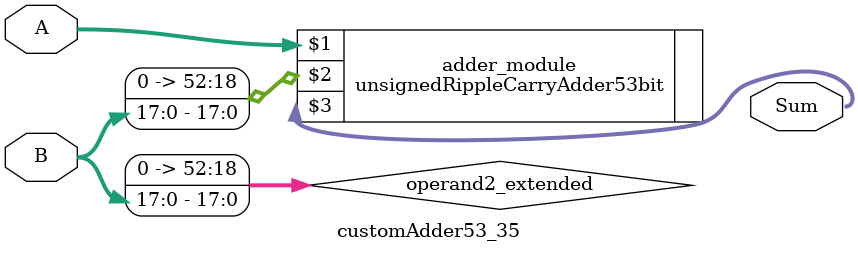
<source format=v>
module customAdder53_35(
                        input [52 : 0] A,
                        input [17 : 0] B,
                        
                        output [53 : 0] Sum
                );

        wire [52 : 0] operand2_extended;
        
        assign operand2_extended =  {35'b0, B};
        
        unsignedRippleCarryAdder53bit adder_module(
            A,
            operand2_extended,
            Sum
        );
        
        endmodule
        
</source>
